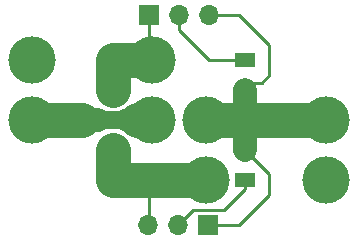
<source format=gtl>
G04 #@! TF.FileFunction,Copper,L1,Top,Signal*
%FSLAX46Y46*%
G04 Gerber Fmt 4.6, Leading zero omitted, Abs format (unit mm)*
G04 Created by KiCad (PCBNEW 4.0.7) date 04/16/19 16:10:46*
%MOMM*%
%LPD*%
G01*
G04 APERTURE LIST*
%ADD10C,0.100000*%
%ADD11C,4.000500*%
%ADD12R,1.700000X1.700000*%
%ADD13O,1.700000X1.700000*%
%ADD14R,1.800000X1.200000*%
%ADD15C,0.250000*%
%ADD16C,3.000000*%
%ADD17C,1.500000*%
%ADD18C,2.000000*%
G04 APERTURE END LIST*
D10*
D11*
X-17526000Y-5080000D03*
X-27686000Y-5080000D03*
X-12954000Y-15240000D03*
X-2794000Y-15240000D03*
X-17526000Y-10160000D03*
X-27686000Y-10160000D03*
X-12954000Y-10160000D03*
X-2794000Y-10160000D03*
D12*
X-17780000Y-1270000D03*
D13*
X-15240000Y-1270000D03*
X-12700000Y-1270000D03*
D12*
X-12788900Y-19050000D03*
D13*
X-15328900Y-19050000D03*
X-17868900Y-19050000D03*
D14*
X-20828000Y-5080000D03*
X-20828000Y-7620000D03*
X-20828000Y-10160000D03*
X-20828000Y-12700000D03*
X-20828000Y-15240000D03*
X-9652000Y-15240000D03*
X-9652000Y-12700000D03*
X-9652000Y-10160000D03*
X-9652000Y-7620000D03*
X-9652000Y-5080000D03*
D15*
X-17780000Y-1270000D02*
X-17780000Y-4826000D01*
X-17780000Y-4826000D02*
X-17526000Y-5080000D01*
D16*
X-20828000Y-7620000D02*
X-20828000Y-5080000D01*
X-17526000Y-5080000D02*
X-20828000Y-5080000D01*
X-17780000Y-15240000D02*
X-20828000Y-15240000D01*
X-12954000Y-15240000D02*
X-17780000Y-15240000D01*
D15*
X-17780000Y-15240000D02*
X-17780000Y-18961100D01*
X-17780000Y-18961100D02*
X-17868900Y-19050000D01*
D16*
X-20828000Y-15240000D02*
X-20828000Y-12700000D01*
D17*
X-20828000Y-10160000D02*
X-18842503Y-10160000D01*
X-18842503Y-10160000D02*
X-19685000Y-10160000D01*
D16*
X-17526000Y-10160000D02*
X-18842503Y-10160000D01*
D18*
X-17526000Y-10160000D02*
X-19685000Y-10160000D01*
X-23495000Y-10160000D02*
X-22106390Y-10160000D01*
D16*
X-27686000Y-10160000D02*
X-23495000Y-10160000D01*
D17*
X-20828000Y-10160000D02*
X-22106390Y-10160000D01*
D15*
X-7620000Y-6350000D02*
X-8255000Y-6985000D01*
X-8255000Y-6985000D02*
X-9017000Y-6985000D01*
X-9017000Y-6985000D02*
X-9652000Y-7620000D01*
X-7620000Y-3810000D02*
X-7620000Y-6350000D01*
X-10160000Y-1270000D02*
X-7620000Y-3810000D01*
X-12700000Y-1270000D02*
X-10160000Y-1270000D01*
X-7620000Y-16510000D02*
X-7620000Y-14732000D01*
X-7620000Y-14732000D02*
X-9652000Y-12700000D01*
X-10160000Y-19050000D02*
X-7620000Y-16510000D01*
X-12788900Y-19050000D02*
X-10160000Y-19050000D01*
D16*
X-9652000Y-10160000D02*
X-12954000Y-10160000D01*
X-9652000Y-10160000D02*
X-2794000Y-10160000D01*
D18*
X-9652000Y-10160000D02*
X-9652000Y-12700000D01*
X-9652000Y-7620000D02*
X-9652000Y-10160000D01*
D15*
X-15240000Y-2540000D02*
X-12700000Y-5080000D01*
X-12700000Y-5080000D02*
X-9652000Y-5080000D01*
X-15240000Y-1270000D02*
X-15240000Y-2540000D01*
X-11430000Y-17780000D02*
X-9652000Y-16002000D01*
X-9652000Y-16002000D02*
X-9652000Y-15240000D01*
X-15328900Y-19050000D02*
X-14058900Y-17780000D01*
X-14058900Y-17780000D02*
X-11430000Y-17780000D01*
M02*

</source>
